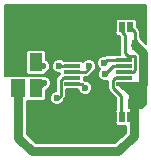
<source format=gbl>
%TF.GenerationSoftware,KiCad,Pcbnew,4.0.4-stable*%
%TF.CreationDate,2017-03-14T02:34:00+02:00*%
%TF.ProjectId,ltc2990_sensor,6C7463323939305F73656E736F722E6B,rev?*%
%TF.FileFunction,Copper,L2,Bot,Signal*%
%FSLAX46Y46*%
G04 Gerber Fmt 4.6, Leading zero omitted, Abs format (unit mm)*
G04 Created by KiCad (PCBNEW 4.0.4-stable) date 03/14/17 02:34:00*
%MOMM*%
%LPD*%
G01*
G04 APERTURE LIST*
%ADD10C,0.100000*%
%ADD11R,0.500000X0.900000*%
%ADD12R,1.100000X1.500000*%
%ADD13R,1.300000X1.500000*%
%ADD14R,1.400000X0.300000*%
%ADD15R,0.500000X0.850000*%
%ADD16C,0.600000*%
%ADD17C,0.250000*%
%ADD18C,0.800000*%
%ADD19C,0.160000*%
%ADD20C,0.200000*%
G04 APERTURE END LIST*
D10*
D11*
X170000000Y-119400000D03*
X169300000Y-119400000D03*
X168600000Y-119400000D03*
X168591000Y-111800000D03*
X169291000Y-111800000D03*
X169991000Y-111800000D03*
D12*
X162000000Y-116967000D03*
X162000000Y-114757200D03*
D13*
X160528000Y-116967000D03*
X160528000Y-114757200D03*
D14*
X165084400Y-116595400D03*
X165084400Y-116095400D03*
X165084400Y-115595400D03*
X165084400Y-115095400D03*
X165084400Y-114595400D03*
X169484400Y-114595400D03*
X169484400Y-115095400D03*
X169484400Y-115595400D03*
X169484400Y-116095400D03*
X169484400Y-116595400D03*
D15*
X170052200Y-118287800D03*
X168452200Y-118287800D03*
X170400000Y-113300000D03*
X168800000Y-113300000D03*
D16*
X167894000Y-117602000D03*
X160528000Y-114757200D03*
X166500000Y-115100000D03*
X164000000Y-115100000D03*
X166200000Y-116900000D03*
X163800000Y-117800000D03*
X167792000Y-114808000D03*
X162600000Y-115100000D03*
X162700000Y-116500000D03*
X167877199Y-115752601D03*
D17*
X170400000Y-113300000D02*
X170400000Y-112209000D01*
X170400000Y-112209000D02*
X169991000Y-111800000D01*
X170600000Y-113100000D02*
X170400000Y-113300000D01*
X170300000Y-120485000D02*
X170300000Y-120300000D01*
D18*
X169000000Y-122300000D02*
X170300000Y-121000000D01*
D17*
X170300000Y-120300000D02*
X170300000Y-119600000D01*
D18*
X170300000Y-121000000D02*
X170300000Y-120300000D01*
X161700000Y-122300000D02*
X169000000Y-122300000D01*
X160528000Y-121128000D02*
X161700000Y-122300000D01*
X160528000Y-119430800D02*
X160528000Y-121128000D01*
X170300000Y-120485000D02*
X170300000Y-117400000D01*
X170300000Y-117400000D02*
X171100000Y-116600000D01*
X171100000Y-116600000D02*
X171100000Y-114000000D01*
X171100000Y-114000000D02*
X170400000Y-113300000D01*
D17*
X170000000Y-119400000D02*
X170100000Y-119400000D01*
X170100000Y-119400000D02*
X170300000Y-119600000D01*
D18*
X160528000Y-116967000D02*
X160528000Y-119430800D01*
D17*
X170300000Y-119600000D02*
X170300000Y-118585600D01*
X170300000Y-118585600D02*
X170002200Y-118287800D01*
X167894000Y-117602000D02*
X167894000Y-117729600D01*
X167894000Y-117729600D02*
X168452200Y-118287800D01*
X166500000Y-115300000D02*
X166500000Y-115100000D01*
X166200000Y-115600000D02*
X166500000Y-115300000D01*
X166200000Y-115600000D02*
X165089000Y-115600000D01*
X165089000Y-115600000D02*
X165084400Y-115595400D01*
X165084400Y-115595400D02*
X166034400Y-115595400D01*
X165084400Y-115095400D02*
X164004600Y-115095400D01*
X164004600Y-115095400D02*
X164000000Y-115100000D01*
X165084400Y-116595400D02*
X165895400Y-116595400D01*
X165895400Y-116595400D02*
X166200000Y-116900000D01*
X163800000Y-117800000D02*
X163900000Y-117800000D01*
X163900000Y-117800000D02*
X164100000Y-117600000D01*
X164304600Y-116095400D02*
X164100000Y-116300000D01*
X164100000Y-117600000D02*
X164100000Y-116300000D01*
X163800000Y-117900000D02*
X164100000Y-117600000D01*
X165084400Y-116095400D02*
X164304600Y-116095400D01*
X169545000Y-112459002D02*
X169545000Y-113968002D01*
X169545000Y-113968002D02*
X169797397Y-114220399D01*
X169291000Y-111800000D02*
X169291000Y-112205002D01*
X169291000Y-112205002D02*
X169545000Y-112459002D01*
X170409401Y-115425401D02*
X170239402Y-115595400D01*
X169797397Y-114220399D02*
X170364401Y-114220399D01*
X170364401Y-114220399D02*
X170409401Y-114265399D01*
X170409401Y-114265399D02*
X170409401Y-115425401D01*
X170239402Y-115595400D02*
X169484400Y-115595400D01*
X169484400Y-116095400D02*
X168729398Y-116095400D01*
X168729398Y-116095400D02*
X168559399Y-116265399D01*
X168559399Y-116265399D02*
X168559399Y-116925401D01*
X168559399Y-116925401D02*
X169241399Y-117607401D01*
X169241399Y-117607401D02*
X169241399Y-119388601D01*
X169484400Y-114595400D02*
X168004600Y-114595400D01*
X168004600Y-114595400D02*
X167900000Y-114700000D01*
X167900000Y-114700000D02*
X167792000Y-114808000D01*
X162000000Y-114757200D02*
X162257200Y-114757200D01*
X162257200Y-114757200D02*
X162600000Y-115100000D01*
X162700000Y-116500000D02*
X162233000Y-116967000D01*
X162233000Y-116967000D02*
X162000000Y-116967000D01*
X168534400Y-115095400D02*
X169484400Y-115095400D01*
X167877199Y-115752601D02*
X168534400Y-115095400D01*
D19*
G36*
X171345000Y-118241862D02*
X170966862Y-118620000D01*
X169980000Y-118620000D01*
X169980000Y-117600000D01*
X169973697Y-117568876D01*
X169956569Y-117543431D01*
X169080000Y-116666862D01*
X169080000Y-116530885D01*
X170184400Y-116530885D01*
X170288162Y-116511361D01*
X170336898Y-116480000D01*
X171345000Y-116480000D01*
X171345000Y-118241862D01*
X171345000Y-118241862D01*
G37*
X171345000Y-118241862D02*
X170966862Y-118620000D01*
X169980000Y-118620000D01*
X169980000Y-117600000D01*
X169973697Y-117568876D01*
X169956569Y-117543431D01*
X169080000Y-116666862D01*
X169080000Y-116530885D01*
X170184400Y-116530885D01*
X170288162Y-116511361D01*
X170336898Y-116480000D01*
X171345000Y-116480000D01*
X171345000Y-118241862D01*
D20*
G36*
X171325000Y-113235051D02*
X170953774Y-112863824D01*
X170934958Y-112763827D01*
X170869255Y-112661721D01*
X170825000Y-112631483D01*
X170825000Y-112209000D01*
X170792649Y-112046360D01*
X170762078Y-112000608D01*
X170700520Y-111908479D01*
X170546877Y-111754836D01*
X170546877Y-111350000D01*
X170525958Y-111238827D01*
X170460255Y-111136721D01*
X170360003Y-111068222D01*
X170241000Y-111044123D01*
X169741000Y-111044123D01*
X169637329Y-111063630D01*
X169541000Y-111044123D01*
X169041000Y-111044123D01*
X168929827Y-111065042D01*
X168827721Y-111130745D01*
X168759222Y-111230997D01*
X168735123Y-111350000D01*
X168735123Y-112250000D01*
X168756042Y-112361173D01*
X168821745Y-112463279D01*
X168921997Y-112531778D01*
X169040793Y-112555835D01*
X169120000Y-112635043D01*
X169120000Y-113968002D01*
X169128346Y-114009958D01*
X169152351Y-114130643D01*
X169158285Y-114139523D01*
X168784400Y-114139523D01*
X168673227Y-114160442D01*
X168657752Y-114170400D01*
X168004600Y-114170400D01*
X167841959Y-114202751D01*
X167834049Y-114208036D01*
X167673176Y-114207896D01*
X167452571Y-114299048D01*
X167283641Y-114467683D01*
X167192104Y-114688129D01*
X167191896Y-114926824D01*
X167283048Y-115147429D01*
X167451683Y-115316359D01*
X167461040Y-115320245D01*
X167368840Y-115412284D01*
X167277303Y-115632730D01*
X167277095Y-115871425D01*
X167368247Y-116092030D01*
X167536882Y-116260960D01*
X167757328Y-116352497D01*
X167996023Y-116352705D01*
X168134399Y-116295529D01*
X168134399Y-116925401D01*
X168154644Y-117027178D01*
X168166750Y-117088042D01*
X168258879Y-117225921D01*
X168816399Y-117783442D01*
X168816399Y-118760487D01*
X168768222Y-118830997D01*
X168744123Y-118950000D01*
X168744123Y-119850000D01*
X168765042Y-119961173D01*
X168830745Y-120063279D01*
X168930997Y-120131778D01*
X169050000Y-120155877D01*
X169550000Y-120155877D01*
X169600000Y-120146469D01*
X169600000Y-120710051D01*
X168710050Y-121600000D01*
X161989950Y-121600000D01*
X161228000Y-120838050D01*
X161228000Y-118013469D01*
X161289173Y-118001958D01*
X161313109Y-117986556D01*
X161330997Y-117998778D01*
X161450000Y-118022877D01*
X162550000Y-118022877D01*
X162661173Y-118001958D01*
X162763279Y-117936255D01*
X162775189Y-117918824D01*
X163199896Y-117918824D01*
X163291048Y-118139429D01*
X163459683Y-118308359D01*
X163680129Y-118399896D01*
X163918824Y-118400104D01*
X164139429Y-118308952D01*
X164308359Y-118140317D01*
X164399896Y-117919871D01*
X164399912Y-117901129D01*
X164400521Y-117900520D01*
X164492649Y-117762641D01*
X164525000Y-117600000D01*
X164525000Y-117051277D01*
X165613305Y-117051277D01*
X165691048Y-117239429D01*
X165859683Y-117408359D01*
X166080129Y-117499896D01*
X166318824Y-117500104D01*
X166539429Y-117408952D01*
X166708359Y-117240317D01*
X166799896Y-117019871D01*
X166800104Y-116781176D01*
X166708952Y-116560571D01*
X166540317Y-116391641D01*
X166319871Y-116300104D01*
X166201040Y-116300000D01*
X166195920Y-116294880D01*
X166090277Y-116224291D01*
X166090277Y-116025000D01*
X166200000Y-116025000D01*
X166337021Y-115997745D01*
X166362641Y-115992649D01*
X166500520Y-115900520D01*
X166758754Y-115642286D01*
X166839429Y-115608952D01*
X167008359Y-115440317D01*
X167099896Y-115219871D01*
X167100104Y-114981176D01*
X167008952Y-114760571D01*
X166840317Y-114591641D01*
X166619871Y-114500104D01*
X166381176Y-114499896D01*
X166160571Y-114591048D01*
X166009755Y-114741601D01*
X166003655Y-114732121D01*
X165903403Y-114663622D01*
X165784400Y-114639523D01*
X164388115Y-114639523D01*
X164340317Y-114591641D01*
X164119871Y-114500104D01*
X163881176Y-114499896D01*
X163660571Y-114591048D01*
X163491641Y-114759683D01*
X163400104Y-114980129D01*
X163399896Y-115218824D01*
X163491048Y-115439429D01*
X163659683Y-115608359D01*
X163880129Y-115699896D01*
X164078523Y-115700069D01*
X164078523Y-115745138D01*
X164004080Y-115794880D01*
X163799480Y-115999480D01*
X163707351Y-116137359D01*
X163702911Y-116159683D01*
X163675000Y-116300000D01*
X163675000Y-117202448D01*
X163460571Y-117291048D01*
X163291641Y-117459683D01*
X163200104Y-117680129D01*
X163199896Y-117918824D01*
X162775189Y-117918824D01*
X162831778Y-117836003D01*
X162855877Y-117717000D01*
X162855877Y-117084794D01*
X163039429Y-117008952D01*
X163208359Y-116840317D01*
X163299896Y-116619871D01*
X163300104Y-116381176D01*
X163208952Y-116160571D01*
X163040317Y-115991641D01*
X162819871Y-115900104D01*
X162581176Y-115899896D01*
X162552687Y-115911667D01*
X162550000Y-115911123D01*
X161450000Y-115911123D01*
X161338827Y-115932042D01*
X161314891Y-115947444D01*
X161297003Y-115935222D01*
X161178000Y-115911123D01*
X159943004Y-115911123D01*
X159936346Y-115906839D01*
X159900000Y-115900000D01*
X159375000Y-115900000D01*
X159375000Y-114007200D01*
X161144123Y-114007200D01*
X161144123Y-115507200D01*
X161165042Y-115618373D01*
X161230745Y-115720479D01*
X161330997Y-115788978D01*
X161450000Y-115813077D01*
X162550000Y-115813077D01*
X162661173Y-115792158D01*
X162763279Y-115726455D01*
X162805854Y-115664144D01*
X162939429Y-115608952D01*
X163108359Y-115440317D01*
X163199896Y-115219871D01*
X163200104Y-114981176D01*
X163108952Y-114760571D01*
X162940317Y-114591641D01*
X162855877Y-114556579D01*
X162855877Y-114007200D01*
X162834958Y-113896027D01*
X162769255Y-113793921D01*
X162669003Y-113725422D01*
X162550000Y-113701323D01*
X161450000Y-113701323D01*
X161338827Y-113722242D01*
X161236721Y-113787945D01*
X161168222Y-113888197D01*
X161144123Y-114007200D01*
X159375000Y-114007200D01*
X159375000Y-109875000D01*
X171325000Y-109875000D01*
X171325000Y-113235051D01*
X171325000Y-113235051D01*
G37*
X171325000Y-113235051D02*
X170953774Y-112863824D01*
X170934958Y-112763827D01*
X170869255Y-112661721D01*
X170825000Y-112631483D01*
X170825000Y-112209000D01*
X170792649Y-112046360D01*
X170762078Y-112000608D01*
X170700520Y-111908479D01*
X170546877Y-111754836D01*
X170546877Y-111350000D01*
X170525958Y-111238827D01*
X170460255Y-111136721D01*
X170360003Y-111068222D01*
X170241000Y-111044123D01*
X169741000Y-111044123D01*
X169637329Y-111063630D01*
X169541000Y-111044123D01*
X169041000Y-111044123D01*
X168929827Y-111065042D01*
X168827721Y-111130745D01*
X168759222Y-111230997D01*
X168735123Y-111350000D01*
X168735123Y-112250000D01*
X168756042Y-112361173D01*
X168821745Y-112463279D01*
X168921997Y-112531778D01*
X169040793Y-112555835D01*
X169120000Y-112635043D01*
X169120000Y-113968002D01*
X169128346Y-114009958D01*
X169152351Y-114130643D01*
X169158285Y-114139523D01*
X168784400Y-114139523D01*
X168673227Y-114160442D01*
X168657752Y-114170400D01*
X168004600Y-114170400D01*
X167841959Y-114202751D01*
X167834049Y-114208036D01*
X167673176Y-114207896D01*
X167452571Y-114299048D01*
X167283641Y-114467683D01*
X167192104Y-114688129D01*
X167191896Y-114926824D01*
X167283048Y-115147429D01*
X167451683Y-115316359D01*
X167461040Y-115320245D01*
X167368840Y-115412284D01*
X167277303Y-115632730D01*
X167277095Y-115871425D01*
X167368247Y-116092030D01*
X167536882Y-116260960D01*
X167757328Y-116352497D01*
X167996023Y-116352705D01*
X168134399Y-116295529D01*
X168134399Y-116925401D01*
X168154644Y-117027178D01*
X168166750Y-117088042D01*
X168258879Y-117225921D01*
X168816399Y-117783442D01*
X168816399Y-118760487D01*
X168768222Y-118830997D01*
X168744123Y-118950000D01*
X168744123Y-119850000D01*
X168765042Y-119961173D01*
X168830745Y-120063279D01*
X168930997Y-120131778D01*
X169050000Y-120155877D01*
X169550000Y-120155877D01*
X169600000Y-120146469D01*
X169600000Y-120710051D01*
X168710050Y-121600000D01*
X161989950Y-121600000D01*
X161228000Y-120838050D01*
X161228000Y-118013469D01*
X161289173Y-118001958D01*
X161313109Y-117986556D01*
X161330997Y-117998778D01*
X161450000Y-118022877D01*
X162550000Y-118022877D01*
X162661173Y-118001958D01*
X162763279Y-117936255D01*
X162775189Y-117918824D01*
X163199896Y-117918824D01*
X163291048Y-118139429D01*
X163459683Y-118308359D01*
X163680129Y-118399896D01*
X163918824Y-118400104D01*
X164139429Y-118308952D01*
X164308359Y-118140317D01*
X164399896Y-117919871D01*
X164399912Y-117901129D01*
X164400521Y-117900520D01*
X164492649Y-117762641D01*
X164525000Y-117600000D01*
X164525000Y-117051277D01*
X165613305Y-117051277D01*
X165691048Y-117239429D01*
X165859683Y-117408359D01*
X166080129Y-117499896D01*
X166318824Y-117500104D01*
X166539429Y-117408952D01*
X166708359Y-117240317D01*
X166799896Y-117019871D01*
X166800104Y-116781176D01*
X166708952Y-116560571D01*
X166540317Y-116391641D01*
X166319871Y-116300104D01*
X166201040Y-116300000D01*
X166195920Y-116294880D01*
X166090277Y-116224291D01*
X166090277Y-116025000D01*
X166200000Y-116025000D01*
X166337021Y-115997745D01*
X166362641Y-115992649D01*
X166500520Y-115900520D01*
X166758754Y-115642286D01*
X166839429Y-115608952D01*
X167008359Y-115440317D01*
X167099896Y-115219871D01*
X167100104Y-114981176D01*
X167008952Y-114760571D01*
X166840317Y-114591641D01*
X166619871Y-114500104D01*
X166381176Y-114499896D01*
X166160571Y-114591048D01*
X166009755Y-114741601D01*
X166003655Y-114732121D01*
X165903403Y-114663622D01*
X165784400Y-114639523D01*
X164388115Y-114639523D01*
X164340317Y-114591641D01*
X164119871Y-114500104D01*
X163881176Y-114499896D01*
X163660571Y-114591048D01*
X163491641Y-114759683D01*
X163400104Y-114980129D01*
X163399896Y-115218824D01*
X163491048Y-115439429D01*
X163659683Y-115608359D01*
X163880129Y-115699896D01*
X164078523Y-115700069D01*
X164078523Y-115745138D01*
X164004080Y-115794880D01*
X163799480Y-115999480D01*
X163707351Y-116137359D01*
X163702911Y-116159683D01*
X163675000Y-116300000D01*
X163675000Y-117202448D01*
X163460571Y-117291048D01*
X163291641Y-117459683D01*
X163200104Y-117680129D01*
X163199896Y-117918824D01*
X162775189Y-117918824D01*
X162831778Y-117836003D01*
X162855877Y-117717000D01*
X162855877Y-117084794D01*
X163039429Y-117008952D01*
X163208359Y-116840317D01*
X163299896Y-116619871D01*
X163300104Y-116381176D01*
X163208952Y-116160571D01*
X163040317Y-115991641D01*
X162819871Y-115900104D01*
X162581176Y-115899896D01*
X162552687Y-115911667D01*
X162550000Y-115911123D01*
X161450000Y-115911123D01*
X161338827Y-115932042D01*
X161314891Y-115947444D01*
X161297003Y-115935222D01*
X161178000Y-115911123D01*
X159943004Y-115911123D01*
X159936346Y-115906839D01*
X159900000Y-115900000D01*
X159375000Y-115900000D01*
X159375000Y-114007200D01*
X161144123Y-114007200D01*
X161144123Y-115507200D01*
X161165042Y-115618373D01*
X161230745Y-115720479D01*
X161330997Y-115788978D01*
X161450000Y-115813077D01*
X162550000Y-115813077D01*
X162661173Y-115792158D01*
X162763279Y-115726455D01*
X162805854Y-115664144D01*
X162939429Y-115608952D01*
X163108359Y-115440317D01*
X163199896Y-115219871D01*
X163200104Y-114981176D01*
X163108952Y-114760571D01*
X162940317Y-114591641D01*
X162855877Y-114556579D01*
X162855877Y-114007200D01*
X162834958Y-113896027D01*
X162769255Y-113793921D01*
X162669003Y-113725422D01*
X162550000Y-113701323D01*
X161450000Y-113701323D01*
X161338827Y-113722242D01*
X161236721Y-113787945D01*
X161168222Y-113888197D01*
X161144123Y-114007200D01*
X159375000Y-114007200D01*
X159375000Y-109875000D01*
X171325000Y-109875000D01*
X171325000Y-113235051D01*
M02*

</source>
